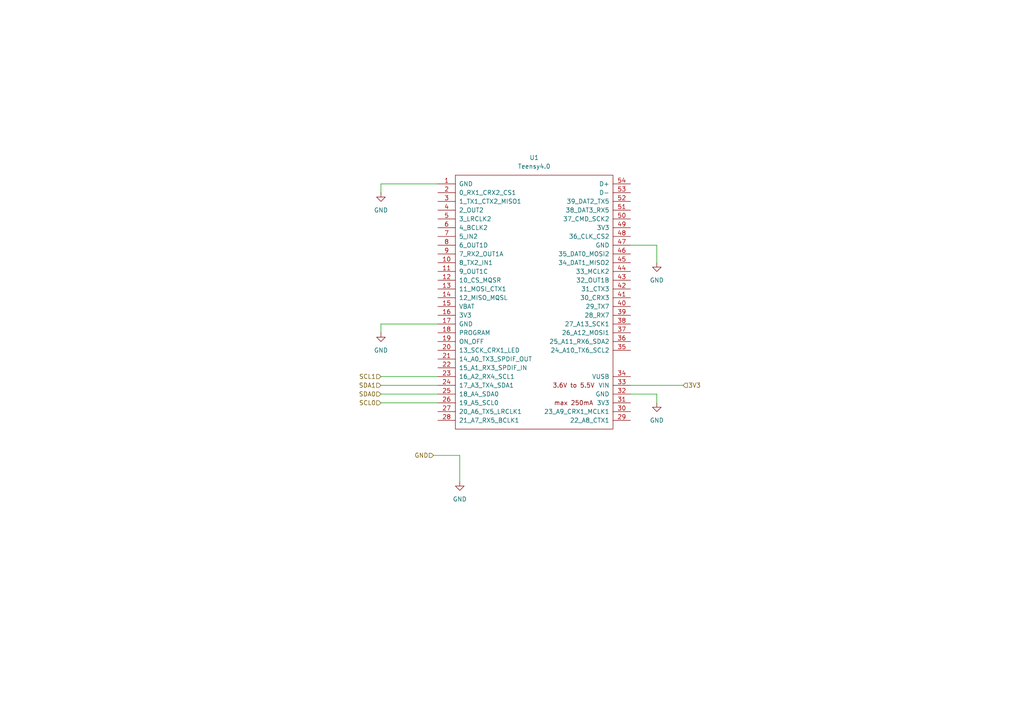
<source format=kicad_sch>
(kicad_sch (version 20250114) (generator "eeschema") (generator_version "9.0")
  (paper "A4")
  (lib_symbols
    (symbol "power:GND" (power) (pin_numbers (hide yes)) (pin_names (offset 0) (hide yes))
      (property "Value" "GND" (at 0 -3.81 0))
      (symbol "GND_0_1"
        (polyline (pts (xy 0 0) (xy 0 -1.27) (xy 1.27 -1.27) (xy 0 -2.54) (xy -1.27 -1.27) (xy 0 -1.27)))
      )
      (symbol "GND_1_1"
        (pin power_in line (at 0 0 270) (length 0) (name "~") (number "1"))
      )
    )
    (symbol "teensy:Teensy4.0" (pin_names (offset 1.016))
      (property "Reference" "U" (at 0 39.37 0))
      (property "Value" "Teensy4.0" (at 0 -39.37 0))
      (symbol "Teensy4.0_0_0"
        (text "3.6V to 5.5V" (at 11.43 -24.13 0) (effects (font (size 1.27 1.27))))
        (text "max 250mA" (at 11.43 -29.21 0) (effects (font (size 1.27 1.27))))
        (pin bidirectional line (at -27.94 24.13 0) (length 5.08) (name "3_LRCLK2") (number "5"))
        (pin bidirectional line (at -27.94 21.59 0) (length 5.08) (name "4_BCLK2") (number "6"))
        (pin bidirectional line (at -27.94 19.05 0) (length 5.08) (name "5_IN2") (number "7"))
        (pin bidirectional line (at -27.94 16.51 0) (length 5.08) (name "6_OUT1D") (number "8"))
        (pin bidirectional line (at -27.94 13.97 0) (length 5.08) (name "7_RX2_OUT1A") (number "9"))
        (pin bidirectional line (at -27.94 11.43 0) (length 5.08) (name "8_TX2_IN1") (number "10"))
        (pin bidirectional line (at -27.94 8.89 0) (length 5.08) (name "9_OUT1C") (number "11"))
        (pin bidirectional line (at -27.94 6.35 0) (length 5.08) (name "10_CS_MQSR") (number "12"))
        (pin bidirectional line (at -27.94 3.81 0) (length 5.08) (name "11_MOSI_CTX1") (number "13"))
        (pin bidirectional line (at -27.94 1.27 0) (length 5.08) (name "12_MISO_MQSL") (number "14"))
        (pin power_in line (at -27.94 -1.27 0) (length 5.08) (name "VBAT") (number "15"))
        (pin power_in line (at -27.94 -3.81 0) (length 5.08) (name "3V3") (number "16"))
        (pin power_in line (at -27.94 -6.35 0) (length 5.08) (name "GND") (number "17"))
        (pin input line (at -27.94 -8.89 0) (length 5.08) (name "PROGRAM") (number "18"))
        (pin input line (at -27.94 -11.43 0) (length 5.08) (name "ON_OFF") (number "19"))
        (pin bidirectional line (at -27.94 -13.97 0) (length 5.08) (name "13_SCK_CRX1_LED") (number "20"))
        (pin bidirectional line (at -27.94 -16.51 0) (length 5.08) (name "14_A0_TX3_SPDIF_OUT") (number "21"))
        (pin bidirectional line (at -27.94 -19.05 0) (length 5.08) (name "15_A1_RX3_SPDIF_IN") (number "22"))
        (pin bidirectional line (at -27.94 -21.59 0) (length 5.08) (name "16_A2_RX4_SCL1") (number "23"))
        (pin bidirectional line (at -27.94 -24.13 0) (length 5.08) (name "17_A3_TX4_SDA1") (number "24"))
        (pin bidirectional line (at -27.94 -26.67 0) (length 5.08) (name "18_A4_SDA0") (number "25"))
        (pin bidirectional line (at -27.94 -29.21 0) (length 5.08) (name "19_A5_SCL0") (number "26"))
        (pin bidirectional line (at -27.94 -31.75 0) (length 5.08) (name "20_A6_TX5_LRCLK1") (number "27"))
        (pin bidirectional line (at -27.94 -34.29 0) (length 5.08) (name "21_A7_RX5_BCLK1") (number "28"))
        (pin bidirectional line (at 27.94 34.29 180) (length 5.08) (name "D+") (number "54"))
        (pin bidirectional line (at 27.94 31.75 180) (length 5.08) (name "D-") (number "53"))
        (pin bidirectional line (at 27.94 29.21 180) (length 5.08) (name "39_DAT2_TX5") (number "52"))
        (pin bidirectional line (at 27.94 26.67 180) (length 5.08) (name "38_DAT3_RX5") (number "51"))
        (pin bidirectional line (at 27.94 24.13 180) (length 5.08) (name "37_CMD_SCK2") (number "50"))
        (pin power_out line (at 27.94 21.59 180) (length 5.08) (name "3V3") (number "49"))
        (pin bidirectional line (at 27.94 19.05 180) (length 5.08) (name "36_CLK_CS2") (number "48"))
        (pin power_out line (at 27.94 16.51 180) (length 5.08) (name "GND") (number "47"))
        (pin bidirectional line (at 27.94 13.97 180) (length 5.08) (name "35_DAT0_MOSI2") (number "46"))
        (pin bidirectional line (at 27.94 11.43 180) (length 5.08) (name "34_DAT1_MISO2") (number "45"))
        (pin bidirectional line (at 27.94 8.89 180) (length 5.08) (name "33_MCLK2") (number "44"))
        (pin bidirectional line (at 27.94 6.35 180) (length 5.08) (name "32_OUT1B") (number "43"))
        (pin bidirectional line (at 27.94 3.81 180) (length 5.08) (name "31_CTX3") (number "42"))
        (pin bidirectional line (at 27.94 1.27 180) (length 5.08) (name "30_CRX3") (number "41"))
        (pin bidirectional line (at 27.94 -1.27 180) (length 5.08) (name "29_TX7") (number "40"))
        (pin bidirectional line (at 27.94 -3.81 180) (length 5.08) (name "28_RX7") (number "39"))
        (pin bidirectional line (at 27.94 -6.35 180) (length 5.08) (name "27_A13_SCK1") (number "38"))
        (pin bidirectional line (at 27.94 -8.89 180) (length 5.08) (name "26_A12_MOSI1") (number "37"))
        (pin bidirectional line (at 27.94 -11.43 180) (length 5.08) (name "25_A11_RX6_SDA2") (number "36"))
        (pin bidirectional line (at 27.94 -13.97 180) (length 5.08) (name "24_A10_TX6_SCL2") (number "35"))
        (pin power_out line (at 27.94 -21.59 180) (length 5.08) (name "VUSB") (number "34"))
        (pin power_in line (at 27.94 -24.13 180) (length 5.08) (name "VIN") (number "33"))
        (pin power_in line (at 27.94 -26.67 180) (length 5.08) (name "GND") (number "32"))
        (pin power_out line (at 27.94 -29.21 180) (length 5.08) (name "3V3") (number "31"))
        (pin bidirectional line (at 27.94 -31.75 180) (length 5.08) (name "23_A9_CRX1_MCLK1") (number "30"))
        (pin bidirectional line (at 27.94 -34.29 180) (length 5.08) (name "22_A8_CTX1") (number "29"))
      )
      (symbol "Teensy4.0_0_1"
        (rectangle (start -22.86 36.83) (end 22.86 -36.83))
        (rectangle (start -20.32 -31.75) (end -20.32 -31.75))
      )
      (symbol "Teensy4.0_1_1"
        (pin power_in line (at -27.94 34.29 0) (length 5.08) (name "GND") (number "1"))
        (pin bidirectional line (at -27.94 31.75 0) (length 5.08) (name "0_RX1_CRX2_CS1") (number "2"))
        (pin bidirectional line (at -27.94 29.21 0) (length 5.08) (name "1_TX1_CTX2_MISO1") (number "3"))
        (pin bidirectional line (at -27.94 26.67 0) (length 5.08) (name "2_OUT2") (number "4"))
      )
    )
  )
  (wire (pts (xy 127 116.84) (xy 110.49 116.84)))
  (wire (pts (xy 190.5 71.12) (xy 190.5 76.2)))
  (wire (pts (xy 182.88 114.3) (xy 190.5 114.3)))
  (wire (pts (xy 133.35 132.08) (xy 133.35 139.7)))
  (wire (pts (xy 125.73 132.08) (xy 133.35 132.08)))
  (wire (pts (xy 110.49 93.98) (xy 110.49 96.52)))
  (wire (pts (xy 110.49 111.76) (xy 127 111.76)))
  (wire (pts (xy 110.49 109.22) (xy 127 109.22)))
  (wire (pts (xy 110.49 93.98) (xy 127 93.98)))
  (wire (pts (xy 182.88 71.12) (xy 190.5 71.12)))
  (wire (pts (xy 190.5 114.3) (xy 190.5 116.84)))
  (wire (pts (xy 110.49 53.34) (xy 127 53.34)))
  (wire (pts (xy 110.49 114.3) (xy 127 114.3)))
  (wire (pts (xy 110.49 53.34) (xy 110.49 55.88)))
  (wire (pts (xy 198.12 111.76) (xy 182.88 111.76)))
  (hierarchical_label "SCL0" (shape input) (at 110.49 116.84 180))
  (hierarchical_label "SCL1" (shape input) (at 110.49 109.22 180))
  (hierarchical_label "GND" (shape input) (at 125.73 132.08 180))
  (hierarchical_label "3V3" (shape input) (at 198.12 111.76 0))
  (hierarchical_label "SDA1" (shape input) (at 110.49 111.76 180))
  (hierarchical_label "SDA0" (shape input) (at 110.49 114.3 180))
  (symbol (lib_id "power:GND") (at 110.49 96.52 0) (unit 1)
    (property "Reference" "#PWR09" (effects (hide yes)))
    (property "Value" "GND" (at 110.49 101.6 0))
    (property "Description" "Power symbol creates a global label with name \"GND\" , ground" (effects (hide yes)))
  )
  (symbol (lib_id "power:GND") (at 190.5 76.2 0) (unit 1)
    (property "Reference" "#PWR011" (effects (hide yes)))
    (property "Value" "GND" (at 190.5 81.28 0))
    (property "Description" "Power symbol creates a global label with name \"GND\" , ground" (effects (hide yes)))
  )
  (symbol (lib_id "power:GND") (at 110.49 55.88 0) (unit 1)
    (property "Reference" "#PWR08" (effects (hide yes)))
    (property "Value" "GND" (at 110.49 60.96 0))
    (property "Description" "Power symbol creates a global label with name \"GND\" , ground" (effects (hide yes)))
  )
  (symbol (lib_id "power:GND") (at 133.35 139.7 0) (unit 1)
    (property "Reference" "#PWR010" (effects (hide yes)))
    (property "Value" "GND" (at 133.35 144.78 0))
    (property "Description" "Power symbol creates a global label with name \"GND\" , ground" (effects (hide yes)))
  )
  (symbol (lib_id "teensy:Teensy4.0") (at 154.94 87.63 0) (unit 1)
    (property "Reference" "U1" (at 154.94 45.72 0))
    (property "Value" "Teensy4.0" (at 154.94 48.26 0))
    (property "Footprint" "teensy.pretty-master:Teensy40_SMT" (effects (hide yes)))
  )
  (symbol (lib_id "power:GND") (at 190.5 116.84 0) (unit 1)
    (property "Reference" "#PWR012" (effects (hide yes)))
    (property "Value" "GND" (at 190.5 121.92 0))
    (property "Description" "Power symbol creates a global label with name \"GND\" , ground" (effects (hide yes)))
  )
)
</source>
